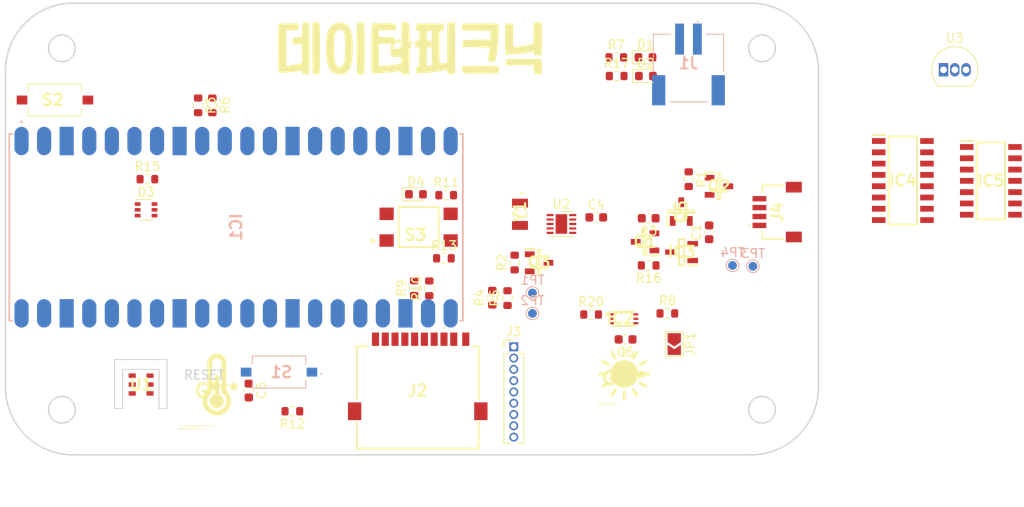
<source format=kicad_pcb>
(kicad_pcb (version 20221018) (generator pcbnew)
  (layers (0 "F.Cu" signal) (31 "B.Cu" signal) (34 "B.Paste" user) (35 "F.Paste" user) (36 "B.SilkS" user "B.Silkscreen") (37 "F.SilkS" user "F.Silkscreen") (38 "B.Mask" user) (39 "F.Mask" user) (44 "Edge.Cuts" user))
  (net 0 "")
  (net 4 "/HOLD_VSYS_EN")
  (net 6 "/ACT_LED")
  (net 7 "/SWITCH_STATUS")
  (net 8 "/RTC_ALARM")
  (net 9 "/RESET")
  (net 13 "/I2C1_SDA")
  (net 21 "/RUN")
  (net 27 "+3.3V")
  (net 30 "VSYS")
  (net 31 "VBUS")
  (net 32 "GND")
  (net 33 "+BATT")
  (net 35 "Net-(U1-VDD)")
  (net 37 "Net-(Q2-Pad1)")
  (net 38 "Net-(U2-~{INT})")
  (net 39 "V+_A0")
  (net 40 "Net-(U2-OSCI)")
  (net 41 "Net-(U2-OSCO)")
  (net 42 "Net-(D1-A)")
  (net 46 "/VSYS_EN")
  (net 47 "/ALARM_LED")
  (net 48 "Net-(IC2-ADDR)")
  (net 50 "Net-(D2-A)")
  (net 52 "/CS")
  (net 53 "/SCK")
  (net 54 "/SDcard/DAT2")
  (net 55 "/SDcard/DAT1")
  (net 56 "/SDcard/CARDDET")
  (net 57 "/MISO")
  (net 58 "/MOSI")
  (net 59 "/I2C1_SCL")
  (net 60 "/I2C0_SDA")
  (net 61 "/I2C0_SCL")
  (net 62 "/LDO/VSYS_EN")
  (net 63 "/LDO/VIN")
  (net 64 "Net-(R13-Pad2)")
  (net 66 "/Button")
  (net 67 "Net-(D4-A)")
  (net 68 "/Record")
  (footprint "LMV324IDR:SOIC127P600X175-14N" (layer "F.Cu") (at 209.918 83.79)
    (fp_text reference "IC5" (at 0 0) (layer "F.SilkS") (effects (font (size 1.27 1.27) (thickness 0.254))))
    (fp_text value "LMV324IDR" hide)
    (pad "1" smd rect (at -2.712 -3.81 90) (size 0.65 1.525) (layers "F.Cu" "F.Paste" "F.Mask"))
    (pad "2" smd rect (at -2.712 -2.54 90) (size 0.65 1.525) (layers "F.Cu" "F.Paste" "F.Mask"))
    (pad "3" smd rect (at -2.712 -1.27 90) (size 0.65 1.525) (layers "F.Cu" "F.Paste" "F.Mask"))
    (pad "4" smd rect (at -2.712 0 90) (size 0.65 1.525) (layers "F.Cu" "F.Paste" "F.Mask"))
    (pad "5" smd rect (at -2.712 1.27 90) (size 0.65 1.525) (layers "F.Cu" "F.Paste" "F.Mask"))
    (pad "6" smd rect (at -2.712 2.54 90) (size 0.65 1.525) (layers "F.Cu" "F.Paste" "F.Mask"))
    (pad "7" smd rect (at -2.712 3.81 90) (size 0.65 1.525) (layers "F.Cu" "F.Paste" "F.Mask"))
    (pad "8" smd rect (at 2.712 3.81 90) (size 0.65 1.525) (layers "F.Cu" "F.Paste" "F.Mask"))
    (pad "9" smd rect (at 2.712 2.54 90) (size 0.65 1.525) (layers "F.Cu" "F.Paste" "F.Mask"))
    (pad "10" smd rect (at 2.712 1.27 90) (size 0.65 1.525) (layers "F.Cu" "F.Paste" "F.Mask"))
    (pad "11" smd rect (at 2.712 0 90) (size 0.65 1.525) (layers "F.Cu" "F.Paste" "F.Mask"))
    (pad "12" smd rect (at 2.712 -1.27 90) (size 0.65 1.525) (layers "F.Cu" "F.Paste" "F.Mask"))
    (pad "13" smd rect (at 2.712 -2.54 90) (size 0.65 1.525) (layers "F.Cu" "F.Paste" "F.Mask"))
    (pad "14" smd rect (at 2.712 -3.81 90) (size 0.65 1.525) (layers "F.Cu" "F.Paste" "F.Mask"))
  )
  (footprint "DMN3731U-7:SOT96P240X110-3N" (layer "F.Cu") (at 175.095 87.25 90)
    (fp_text reference "Q5" (at 0 0 90) (layer "F.SilkS") (effects (font (size 1.27 1.27) (thickness 0.254))))
    (fp_text value "DMN3731U-7" hide)
    (pad "1" smd rect (at -1.05 -0.96 180) (size 0.65 1.1) (layers "F.Cu" "F.Paste" "F.Mask") (net 62 "/LDO/VSYS_EN"))
    (pad "2" smd rect (at -1.05 0.96 180) (size 0.65 1.1) (layers "F.Cu" "F.Paste" "F.Mask") (net 32 "GND"))
    (pad "3" smd rect (at 1.05 0 180) (size 0.65 1.1) (layers "F.Cu" "F.Paste" "F.Mask") (net 37 "Net-(Q2-Pad1)"))
  )
  (footprint "HYCW110-TF10-180B:HYCW110TF10180B" (layer "F.Cu") (at 145.46 108.15)
    (fp_text reference "J2" (at 0 -0.775) (layer "F.SilkS") (effects (font (size 1.27 1.27) (thickness 0.254))))
    (fp_text value "HYCW110-TF10-180B" hide)
    (pad "" np_thru_hole circle (at -5 -3.35) (size 1.6 1.6) (drill 1.6) (layers "*.Cu" "*.Mask"))
    (pad "" np_thru_hole circle (at 5 -3.35) (size 1.6 1.6) (drill 1.6) (layers "*.Cu" "*.Mask"))
    (pad "1" smd rect (at 2.95 -6.55) (size 0.8 1.5) (layers "F.Cu" "F.Paste" "F.Mask") (net 54 "/SDcard/DAT2"))
    (pad "2" smd rect (at 1.85 -6.55) (size 0.8 1.5) (layers "F.Cu" "F.Paste" "F.Mask") (net 52 "/CS"))
    (pad "3" smd rect (at 0.75 -6.55) (size 0.8 1.5) (layers "F.Cu" "F.Paste" "F.Mask") (net 58 "/MOSI"))
    (pad "4" smd rect (at -0.35 -6.55) (size 0.8 1.5) (layers "F.Cu" "F.Paste" "F.Mask") (net 27 "+3.3V"))
    (pad "5" smd rect (at -1.45 -6.55) (size 0.8 1.5) (layers "F.Cu" "F.Paste" "F.Mask") (net 53 "/SCK"))
    (pad "6" smd rect (at -2.55 -6.55) (size 0.8 1.5) (layers "F.Cu" "F.Paste" "F.Mask") (net 32 "GND"))
    (pad "7" smd rect (at -3.65 -6.55) (size 0.8 1.5) (layers "F.Cu" "F.Paste" "F.Mask") (net 57 "/MISO"))
    (pad "8" smd rect (at -4.75 -6.55) (size 0.8 1.5) (layers "F.Cu" "F.Paste" "F.Mask") (net 55 "/SDcard/DAT1"))
    (pad "9" smd rect (at 5.4 -6.55) (size 0.8 1.5) (layers "F.Cu" "F.Paste" "F.Mask"))
    (pad "10" smd rect (at 4.05 -6.55) (size 0.8 1.5) (layers "F.Cu" "F.Paste" "F.Mask") (net 56 "/SDcard/CARDDET"))
    (pad "G1" smd rect (at 7.1 1.55) (size 1.5 2) (layers "F.Cu" "F.Paste" "F.Mask") (net 32 "GND"))
    (pad "G2" smd rect (at -7.1 1.55) (size 1.5 2) (layers "F.Cu" "F.Paste" "F.Mask") (net 32 "GND"))
  )
  (footprint "LED_SMD:LED_0603_1608Metric" (layer "F.Cu") (at 171.1225 72)
    (fp_text reference "D2" (at 0 -1.43) (layer "F.SilkS"))
    (fp_text value "RedLED")
    (pad "1" smd roundrect (at -0.7875 0) (size 0.875 0.95) (layers "F.Cu" "F.Paste" "F.Mask") (net 32 "GND"))
    (pad "2" smd roundrect (at 0.7875 0) (size 0.875 0.95) (layers "F.Cu" "F.Paste" "F.Mask") (net 50 "Net-(D2-A)"))
  )
  (footprint "TL3305AF260QG:TL3305AF160QG" (layer "F.Cu") (at 145.56 89)
    (fp_text reference "S3" (at -0.358 0.874) (layer "F.SilkS") (effects (font (size 1.27 1.27) (thickness 0.254))))
    (fp_text value "TL3305AF260QG" hide)
    (pad "1" smd rect (at -3.6 1.5 90) (size 1.4 1.6) (layers "F.Cu" "F.Paste" "F.Mask") (net 66 "/Button"))
    (pad "2" smd rect (at 3.6 1.5 90) (size 1.4 1.6) (layers "F.Cu" "F.Paste" "F.Mask") (net 64 "Net-(R13-Pad2)"))
    (pad "3" smd rect (at -3.6 -1.5 90) (size 1.4 1.6) (layers "F.Cu" "F.Paste" "F.Mask"))
    (pad "4" smd rect (at 3.6 -1.5 90) (size 1.4 1.6) (layers "F.Cu" "F.Paste" "F.Mask") (net 27 "+3.3V"))
  )
  (footprint "Resistor_SMD:R_0603_1608Metric" (layer "F.Cu") (at 148.405 92.5)
    (fp_text reference "R13" (at 0 -1.43) (layer "F.SilkS"))
    (fp_text value "10K")
    (pad "1" smd roundrect (at -0.825 0) (size 0.8 0.95) (layers "F.Cu" "F.Paste" "F.Mask") (net 32 "GND"))
    (pad "2" smd roundrect (at 0.825 0) (size 0.8 0.95) (layers "F.Cu" "F.Paste" "F.Mask") (net 64 "Net-(R13-Pad2)"))
  )
  (footprint "Q13FC1350000200:Q13FC1350000200" (layer "F.Cu") (at 156.96 87.55 -90)
    (fp_text reference "Y1" (at -0.325 0 90) (layer "F.SilkS") (effects (font (size 1.27 1.27) (thickness 0.254))))
    (fp_text value "Q13FC1350000200" hide)
    (pad "1" smd rect (at -1.25 0 270) (size 1 1.8) (layers "F.Cu" "F.Paste" "F.Mask") (net 40 "Net-(U2-OSCI)"))
    (pad "2" smd rect (at 1.25 0 270) (size 1 1.8) (layers "F.Cu" "F.Paste" "F.Mask") (net 41 "Net-(U2-OSCO)"))
  )
  (footprint "Resistor_SMD:R_0603_1608Metric" (layer "F.Cu") (at 153.845 96.93 90)
    (fp_text reference "R4" (at 0 -1.43 90) (layer "F.SilkS"))
    (fp_text value "10K")
    (pad "1" smd roundrect (at -0.825 0 90) (size 0.8 0.95) (layers "F.Cu" "F.Paste" "F.Mask") (net 61 "/I2C0_SCL"))
    (pad "2" smd roundrect (at 0.825 0 90) (size 0.8 0.95) (layers "F.Cu" "F.Paste" "F.Mask") (net 27 "+3.3V"))
  )
  (footprint "Resistor_SMD:R_0603_1608Metric" (layer "F.Cu") (at 171.435 93.3 180)
    (fp_text reference "R16" (at 0 -1.43) (layer "F.SilkS"))
    (fp_text value "120K")
    (pad "1" smd roundrect (at -0.825 0 180) (size 0.8 0.95) (layers "F.Cu" "F.Paste" "F.Mask") (net 63 "/LDO/VIN"))
    (pad "2" smd roundrect (at 0.825 0 180) (size 0.8 0.95) (layers "F.Cu" "F.Paste" "F.Mask") (net 31 "VBUS"))
  )
  (footprint "Capacitor_SMD:C_0603_1608Metric" (layer "F.Cu") (at 165.535 87.9)
    (fp_text reference "C4" (at 0 -1.43) (layer "F.SilkS"))
    (fp_text value "1uF")
    (pad "1" smd roundrect (at -0.775 0) (size 0.9 0.95) (layers "F.Cu" "F.Paste" "F.Mask") (net 39 "V+_A0"))
    (pad "2" smd roundrect (at 0.775 0) (size 0.9 0.95) (layers "F.Cu" "F.Paste" "F.Mask") (net 32 "GND"))
  )
  (footprint "Resistor_SMD:R_0603_1608Metric" (layer "F.Cu") (at 173.535 98.7)
    (fp_text reference "R8" (at 0 -1.43) (layer "F.SilkS"))
    (fp_text value "1K")
    (pad "1" smd roundrect (at -0.825 0) (size 0.8 0.95) (layers "F.Cu" "F.Paste" "F.Mask") (net 9 "/RESET"))
    (pad "2" smd roundrect (at 0.825 0) (size 0.8 0.95) (layers "F.Cu" "F.Paste" "F.Mask") (net 27 "+3.3V"))
  )
  (footprint "DMG2301L-7:SOT96P240X110-3N" (layer "F.Cu") (at 159.11 93)
    (fp_text reference "Q3" (at 0 0) (layer "F.SilkS") (effects (font (size 1.27 1.27) (thickness 0.254))))
    (fp_text value "DMG2301L-7" hide)
    (pad "1" smd rect (at -1.05 -0.96 90) (size 0.65 1.1) (layers "F.Cu" "F.Paste" "F.Mask") (net 38 "Net-(U2-~{INT})"))
    (pad "2" smd rect (at -1.05 0.96 90) (size 0.65 1.1) (layers "F.Cu" "F.Paste" "F.Mask") (net 39 "V+_A0"))
    (pad "3" smd rect (at 1.05 0 90) (size 0.65 1.1) (layers "F.Cu" "F.Paste" "F.Mask") (net 8 "/RTC_ALARM"))
  )
  (footprint "Resistor_SMD:R_0603_1608Metric" (layer "F.Cu") (at 148.66 85.4)
    (fp_text reference "R11" (at 0 -1.43) (layer "F.SilkS"))
    (fp_text value "1K")
    (pad "1" smd roundrect (at -0.825 0) (size 0.8 0.95) (layers "F.Cu" "F.Paste" "F.Mask") (net 68 "/Record"))
    (pad "2" smd roundrect (at 0.825 0) (size 0.8 0.95) (layers "F.Cu" "F.Paste" "F.Mask") (net 67 "Net-(D4-A)"))
  )
  (footprint "AP2138N-3.3TRG1:SOT95P282X145-3N" (layer "F.Cu") (at 175.135 91.8 180)
    (fp_text reference "IC3" (at 0 0) (layer "F.SilkS") (effects (font (size 1.27 1.27) (thickness 0.254))))
    (fp_text value "AP2138N-3.3TRG1" hide)
    (pad "1" smd rect (at -1.25 -0.95 270) (size 0.6 1.2) (layers "F.Cu" "F.Paste" "F.Mask") (net 32 "GND"))
    (pad "2" smd rect (at -1.25 0.95 270) (size 0.6 1.2) (layers "F.Cu" "F.Paste" "F.Mask") (net 39 "V+_A0"))
    (pad "3" smd rect (at 1.25 0 270) (size 0.6 1.2) (layers "F.Cu" "F.Paste" "F.Mask") (net 63 "/LDO/VIN"))
  )
  (footprint "Resistor_SMD:R_0603_1608Metric" (layer "F.Cu") (at 156.36 92.975 90)
    (fp_text reference "R2" (at 0 -1.43 90) (layer "F.SilkS"))
    (fp_text value "120K")
    (pad "1" smd roundrect (at -0.825 0 90) (size 0.8 0.95) (layers "F.Cu" "F.Paste" "F.Mask") (net 39 "V+_A0"))
    (pad "2" smd roundrect (at 0.825 0 90) (size 0.8 0.95) (layers "F.Cu" "F.Paste" "F.Mask") (net 38 "Net-(U2-~{INT})"))
  )
  (footprint "DMG2301L-7:SOT96P240X110-3N" (layer "F.Cu") (at 179.335 84.4)
    (fp_text reference "Q2" (at 0 0) (layer "F.SilkS") (effects (font (size 1.27 1.27) (thickness 0.254))))
    (fp_text value "DMG2301L-7" hide)
    (pad "1" smd rect (at -1.05 -0.96 90) (size 0.65 1.1) (layers "F.Cu" "F.Paste" "F.Mask") (net 37 "Net-(Q2-Pad1)"))
    (pad "2" smd rect (at -1.05 0.96 90) (size 0.65 1.1) (layers "F.Cu" "F.Paste" "F.Mask") (net 63 "/LDO/VIN"))
    (pad "3" smd rect (at 1.05 0 90) (size 0.65 1.1) (layers "F.Cu" "F.Paste" "F.Mask") (net 30 "VSYS"))
  )
  (footprint "Capacitor_SMD:C_0603_1608Metric" (layer "F.Cu") (at 126.46 107.375 -90)
    (fp_text reference "C5" (at 0 -1.43 90) (layer "F.SilkS"))
    (fp_text value "0.1uF")
    (pad "1" smd roundrect (at -0.775 0 270) (size 0.9 0.95) (layers "F.Cu" "F.Paste" "F.Mask") (net 35 "Net-(U1-VDD)"))
    (pad "2" smd roundrect (at 0.775 0 270) (size 0.9 0.95) (layers "F.Cu" "F.Paste" "F.Mask") (net 32 "GND"))
  )
  (footprint "AHT20:AHT20" (layer "F.Cu") (at 114.35 106.7)
    (fp_text reference "U1" (at 0 0) (layer "F.SilkS") (effects (font (size 1.27 1.27) (thickness 0.254))))
    (fp_text value "AHT20" hide)
    (pad "1" smd rect (at -1 -1 90) (size 0.5 0.8) (layers "F.Cu" "F.Paste" "F.Mask"))
    (pad "2" smd rect (at -1 0 90) (size 0.5 0.8) (layers "F.Cu" "F.Paste" "F.Mask") (net 35 "Net-(U1-VDD)"))
    (pad "3" smd rect (at -1 1 90) (size 0.5 0.8) (layers "F.Cu" "F.Paste" "F.Mask") (net 59 "/I2C1_SCL"))
    (pad "4" smd rect (at 1 1 90) (size 0.5 0.8) (layers "F.Cu" "F.Paste" "F.Mask") (net 13 "/I2C1_SDA"))
    (pad "5" smd rect (at 1 0 90) (size 0.5 0.8) (layers "F.Cu" "F.Paste" "F.Mask") (net 32 "GND"))
    (pad "6" smd rect (at 1 -1 90) (size 0.5 0.8) (layers "F.Cu" "F.Paste" "F.Mask"))
  )
  (footprint "Capacitor_SMD:C_0603_1608Metric" (layer "F.Cu") (at 178.235 89.575 90)
    (fp_text reference "C1" (at 0 -1.43 90) (layer "F.SilkS"))
    (fp_text value "1uF")
    (pad "1" smd roundrect (at -0.775 0 90) (size 0.9 0.95) (layers "F.Cu" "F.Paste" "F.Mask") (net 39 "V+_A0"))
    (pad "2" smd roundrect (at 0.775 0 90) (size 0.9 0.95) (layers "F.Cu" "F.Paste" "F.Mask") (net 32 "GND"))
  )
  (footprint "Capacitor_SMD:C_0603_1608Metric" (layer "F.Cu") (at 171.435 88 180)
    (fp_text reference "C3" (at 0 -1.43) (layer "F.SilkS"))
    (fp_text value "1uF")
    (pad "1" smd roundrect (at -0.775 0 180) (size 0.9 0.95) (layers "F.Cu" "F.Paste" "F.Mask") (net 63 "/LDO/VIN"))
    (pad "2" smd roundrect (at 0.775 0 180) (size 0.9 0.95) (layers "F.Cu" "F.Paste" "F.Mask") (net 32 "GND"))
  )
  (footprint "LED_SMD:LED_0603_1608Metric" (layer "F.Cu") (at 145.26 85.3)
    (fp_text reference "D4" (at 0 -1.43) (layer "F.SilkS"))
    (fp_text value "RedLED")
    (pad "1" smd roundrect (at -0.7875 0) (size 0.875 0.95) (layers "F.Cu" "F.Paste" "F.Mask") (net 32 "GND"))
    (pad "2" smd roundrect (at 0.7875 0) (size 0.875 0.95) (layers "F.Cu" "F.Paste" "F.Mask") (net 67 "Net-(D4-A)"))
  )
  (footprint "Capacitor_SMD:C_0603_1608Metric" (layer "F.Cu") (at 168.835 101.62 180)
    (fp_text reference "C6" (at 0 -1.43) (layer "F.SilkS"))
    (fp_text value "1uF")
    (pad "1" smd roundrect (at -0.775 0 180) (size 0.9 0.95) (layers "F.Cu" "F.Paste" "F.Mask") (net 9 "/RESET"))
    (pad "2" smd roundrect (at 0.775 0 180) (size 0.9 0.95) (layers "F.Cu" "F.Paste" "F.Mask") (net 32 "GND"))
  )
  (footprint "Resistor_SMD:R_0603_1608Metric" (layer "F.Cu") (at 167.835 72)
    (fp_text reference "R17" (at 0 -1.43) (layer "F.SilkS"))
    (fp_text value "1K")
    (pad "1" smd roundrect (at -0.825 0) (size 0.8 0.95) (layers "F.Cu" "F.Paste" "F.Mask") (net 47 "/ALARM_LED"))
    (pad "2" smd roundrect (at 0.825 0) (size 0.8 0.95) (layers "F.Cu" "F.Paste" "F.Mask") (net 50 "Net-(D2-A)"))
  )
  (footprint "CD4060BM:SOIC127P600X175-16N" (layer "F.Cu") (at 200.018 83.755)
    (fp_text reference "IC4" (at 0 0) (layer "F.SilkS") (effects (font (size 1.27 1.27) (thickness 0.254))))
    (fp_text value "CD4060BM" hide)
    (pad "1" smd rect (at -2.712 -4.445 90) (size 0.65 1.525) (layers "F.Cu" "F.Paste" "F.Mask"))
    (pad "2" smd rect (at -2.712 -3.175 90) (size 0.65 1.525) (layers "F.Cu" "F.Paste" "F.Mask"))
    (pad "3" smd rect (at -2.712 -1.905 90) (size 0.65 1.525) (layers "F.Cu" "F.Paste" "F.Mask"))
    (pad "4" smd rect (at -2.712 -0.635 90) (size 0.65 1.525) (layers "F.Cu" "F.Paste" "F.Mask"))
    (pad "5" smd rect (at -2.712 0.635 90) (size 0.65 1.525) (layers "F.Cu" "F.Paste" "F.Mask"))
    (pad "6" smd rect (at -2.712 1.905 90) (size 0.65 1.525) (layers "F.Cu" "F.Paste" "F.Mask"))
    (pad "7" smd rect (at -2.712 3.175 90) (size 0.65 1.525) (layers "F.Cu" "F.Paste" "F.Mask"))
    (pad "8" smd rect (at -2.712 4.445 90) (size 0.65 1.525) (layers "F.Cu" "F.Paste" "F.Mask"))
    (pad "9" smd rect (at 2.712 4.445 90) (size 0.65 1.525) (layers "F.Cu" "F.Paste" "F.Mask"))
    (pad "10" smd rect (at 2.712 3.175 90) (size 0.65 1.525) (layers "F.Cu" "F.Paste" "F.Mask"))
    (pad "11" smd rect (at 2.712 1.905 90) (size 0.65 1.525) (layers "F.Cu" "F.Paste" "F.Mask"))
    (pad "12" smd rect (at 2.712 0.635 90) (size 0.65 1.525) (layers "F.Cu" "F.Paste" "F.Mask"))
    (pad "13" smd rect (at 2.712 -0.635 90) (size 0.65 1.525) (layers "F.Cu" "F.Paste" "F.Mask"))
    (pad "14" smd rect (at 2.712 -1.905 90) (size 0.65 1.525) (layers "F.Cu" "F.Paste" "F.Mask"))
    (pad "15" smd rect (at 2.712 -3.175 90) (size 0.65 1.525) (layers "F.Cu" "F.Paste" "F.Mask"))
    (pad "16" smd rect (at 2.712 -4.445 90) (size 0.65 1.525) (layers "F.Cu" "F.Paste" "F.Mask"))
  )
  (footprint "Jumper:SolderJumper-2_P1.3mm_Open_TrianglePad1.0x1.5mm" (layer "F.Cu") (at 174.31 102.145 -90)
    (fp_text reference "JP1" (at 0 -1.8 90) (layer "F.SilkS"))
    (fp_text value "SolderJumper_2_Open")
    (pad "1" smd custom (at -0.725 0 270) (size 0.3 0.3) (layers "F.Cu" "F.Mask") (net 27 "+3.3V") (options (clearance outline) (anchor rect)) (primitives (gr_poly (pts (xy 1 0) (xy 0.5 0.75) (xy -0.5 0.75) (xy -0.5 -0.75) (xy 0.5 -0.75)) (width 0) (fill yes))))
    (pad "2" smd custom (at 0.725 0 270) (size 0.3 0.3) (layers "F.Cu" "F.Mask") (net 48 "Net-(IC2-ADDR)") (options (clearance outline) (anchor rect)) (primitives (gr_poly (pts (xy 0.5 0.75) (xy -0.65 0.75) (xy -0.15 0) (xy -0.65 -0.75) (xy 0.5 -0.75)) (width 0) (fill yes))))
  )
  (footprint "Graphics:temperature_logo_v2" (layer "F.Cu") (at 122.86 107.4)
    (fp_text reference "G***" (at 0 0) (layer "F.SilkS") (effects (font (size 1.5 1.5) (thickness 0.3))))
    (fp_text value "LOGO" hide)
  )
  (footprint "LED_SMD:LED_0603_1608Metric" (layer "F.Cu") (at 171.0725 69.9)
    (fp_text reference "D1" (at 0 -1.43) (layer "F.SilkS"))
    (fp_text value "WhiteLED")
    (pad "1" smd roundrect (at -0.7875 0) (size 0.875 0.95) (layers "F.Cu" "F.Paste" "F.Mask") (net 32 "GND"))
    (pad "2" smd roundrect (at 0.7875 0) (size 0.875 0.95) (layers "F.Cu" "F.Paste" "F.Mask") (net 42 "Net-(D1-A)"))
  )
  (footprint "Resistor_SMD:R_0603_1608Metric" (layer "F.Cu") (at 122.36 75.3 -90)
    (fp_text reference "R6" (at 0 -1.43 90) (layer "F.SilkS"))
    (fp_text value "10K")
    (pad "1" smd roundrect (at -0.825 0 270) (size 0.8 0.95) (layers "F.Cu" "F.Paste" "F.Mask") (net 13 "/I2C1_SDA"))
    (pad "2" smd roundrect (at 0.825 0 270) (size 0.8 0.95) (layers "F.Cu" "F.Paste" "F.Mask") (net 27 "+3.3V"))
  )
  (footprint "TS-1101-C-W:TS1101CW" (layer "F.Cu") (at 104.66 74.7)
    (fp_text reference "S2" (at -0.25 0) (layer "F.SilkS") (effects (font (size 1.27 1.27) (thickness 0.254))))
    (fp_text value "TS-1101-C-W" hide)
    (pad "1" smd rect (at -3.7 0 90) (size 1 1.2) (layers "F.Cu" "F.Paste" "F.Mask") (net 7 "/SWITCH_STATUS"))
    (pad "2" smd rect (at 3.7 0 90) (size 1 1.2) (layers "F.Cu" "F.Paste" "F.Mask") (net 39 "V+_A0"))
  )
  (footprint "Resistor_SMD:R_0603_1608Metric" (layer "F.Cu") (at 167.785 69.9)
    (fp_text reference "R7" (at 0 -1.43) (layer "F.SilkS"))
    (fp_text value "1K")
    (pad "1" smd roundrect (at -0.825 0) (size 0.8 0.95) (layers "F.Cu" "F.Paste" "F.Mask") (net 6 "/ACT_LED"))
    (pad "2" smd roundrect (at 0.825 0) (size 0.8 0.95) (layers "F.Cu" "F.Paste" "F.Mask") (net 42 "Net-(D1-A)"))
  )
  (footprint "Resistor_SMD:R_0603_1608Metric" (layer "F.Cu") (at 145.06 95.85 90)
    (fp_text reference "R9" (at 0 -1.43 90) (layer "F.SilkS"))
    (fp_text value "47K")
    (pad "1" smd roundrect (at -0.825 0 90) (size 0.8 0.95) (layers "F.Cu" "F.Paste" "F.Mask") (net 27 "+3.3V"))
    (pad "2" smd roundrect (at 0.825 0 90) (size 0.8 0.95) (layers "F.Cu" "F.Paste" "F.Mask") (net 56 "/SDcard/CARDDET"))
  )
  (footprint "Resistor_SMD:R_0603_1608Metric" (layer "F.Cu") (at 120.76 75.3 -90)
    (fp_text reference "R3" (at 0 -1.43 90) (layer "F.SilkS"))
    (fp_text value "10K")
    (pad "1" smd roundrect (at -0.825 0 270) (size 0.8 0.95) (layers "F.Cu" "F.Paste" "F.Mask") (net 59 "/I2C1_SCL"))
    (pad "2" smd roundrect (at 0.825 0 270) (size 0.8 0.95) (layers "F.Cu" "F.Paste" "F.Mask") (net 27 "+3.3V"))
  )
  (footprint "Connector_PinHeader_1.27mm:PinHeader_1x09_P1.27mm_Vertical" (layer "F.Cu") (at 156.26 102.45)
    (fp_text reference "J3" (at 0 -1.695) (layer "F.SilkS"))
    (fp_text value "Conn_01x09_Pin")
    (pad "1" thru_hole rect (at 0 0) (size 1 1) (drill 0.65) (layers "*.Cu" "*.Mask") (net 27 "+3.3V"))
    (pad "2" thru_hole oval (at 0 1.27) (size 1 1) (drill 0.65) (layers "*.Cu" "*.Mask") (net 32 "GND"))
    (pad "3" thru_hole oval (at 0 2.54) (size 1 1) (drill 0.65) (layers "*.Cu" "*.Mask") (net 53 "/SCK"))
    (pad "4" thru_hole oval (at 0 3.81) (size 1 1) (drill 0.65) (layers "*.Cu" "*.Mask") (net 57 "/MISO"))
    (pad "5" thru_hole oval (at 0 5.08) (size 1 1) (drill 0.65) (layers "*.Cu" "*.Mask") (net 58 "/MOSI"))
    (pad "6" thru_hole oval (at 0 6.35) (size 1 1) (drill 0.65) (layers "*.Cu" "*.Mask") (net 52 "/CS"))
    (pad "7" thru_hole oval (at 0 7.62) (size 1 1) (drill 0.65) (layers "*.Cu" "*.Mask") (net 55 "/SDcard/DAT1"))
    (pad "8" thru_hole oval (at 0 8.89) (size 1 1) (drill 0.65) (layers "*.Cu" "*.Mask") (net 54 "/SDcard/DAT2"))
    (pad "9" thru_hole oval (at 0 10.16) (size 1 1) (drill 0.65) (layers "*.Cu" "*.Mask") (net 56 "/SDcard/CARDDET"))
  )
  (footprint "Resistor_SMD:R_0603_1608Metric" (layer "F.Cu") (at 175.935 83.6 -90)
    (fp_text reference "R1" (at 0 -1.43 90) (layer "F.SilkS"))
    (fp_text value "120K")
    (pad "1" smd roundrect (at -0.825 0 270) (size 0.8 0.95) (layers "F.Cu" "F.Paste" "F.Mask") (net 37 "Net-(Q2-Pad1)"))
    (pad "2" smd roundrect (at 0.825 0 270) (size 0.8 0.95) (layers "F.Cu" "F.Paste" "F.Mask") (net 63 "/LDO/VIN"))
  )
  (footprint "Graphics:light_logo_v3" (layer "F.Cu") (at 168.66 106)
    (fp_text reference "G***" (at 0 0) (layer "F.SilkS") (effects (font (size 1.5 1.5) (thickness 0.3))))
    (fp_text value "LOGO" hide)
  )
  (footprint "Resistor_SMD:R_0603_1608Metric" (layer "F.Cu") (at 155.56 96.975 90)
    (fp_text reference "R5" (at 0 -1.43 90) (layer "F.SilkS"))
    (fp_text value "10K")
    (pad "1" smd roundrect (at -0.825 0 90) (size 0.8 0.95) (layers "F.Cu" "F.Paste" "F.Mask") (net 60 "/I2C0_SDA"))
    (pad "2" smd roundrect (at 0.825 0 90) (size 0.8 0.95) (layers "F.Cu" "F.Paste" "F.Mask") (net 27 "+3.3V"))
  )
  (footprint "Resistor_SMD:R_0603_1608Metric" (layer "F.Cu") (at 164.96 98.82)
    (fp_text reference "R20" (at 0 -1.43) (layer "F.SilkS"))
    (fp_text value "10K")
    (pad "1" smd roundrect (at -0.825 0) (size 0.8 0.95) (layers "F.Cu" "F.Paste" "F.Mask") (net 32 "GND"))
    (pad "2" smd roundrect (at 0.825 0) (size 0.8 0.95) (layers "F.Cu" "F.Paste" "F.Mask") (net 48 "Net-(IC2-ADDR)"))
  )
  (footprint "Resistor_SMD:R_0603_1608Metric" (layer "F.Cu") (at 131.36 109.7 180)
    (fp_text reference "R12" (at 0 -1.43) (layer "F.SilkS"))
    (fp_text value "220")
    (pad "1" smd roundrect (at -0.825 0 180) (size 0.8 0.95) (layers "F.Cu" "F.Paste" "F.Mask") (net 35 "Net-(U1-VDD)"))
    (pad "2" smd roundrect (at 0.825 0 180) (size 0.8 0.95) (layers "F.Cu" "F.Paste" "F.Mask") (net 27 "+3.3V"))
  )
  (footprint "Package_TO_SOT_SMD:SOT-363_SC-70-6" (layer "F.Cu") (at 114.91 87.05)
    (fp_text reference "D3" (at 0 -2) (layer "F.SilkS"))
    (fp_text value "1PS88SB48")
    (pad "1" smd rect (at -0.95 -0.65) (size 0.65 0.4) (layers "F.Cu" "F.Paste" "F.Mask") (net 7 "/SWITCH_STATUS"))
    (pad "2" smd rect (at -0.95 0) (size 0.65 0.4) (layers "F.Cu" "F.Paste" "F.Mask"))
    (pad "3" smd rect (at -0.95 0.65) (size 0.65 0.4) (layers "F.Cu" "F.Paste" "F.Mask") (net 46 "/VSYS_EN"))
    (pad "4" smd rect (at 0.95 0.65) (size 0.65 0.4) (layers "F.Cu" "F.Paste" "F.Mask") (net 4 "/HOLD_VSYS_EN"))
    (pad "5" smd rect (at 0.95 0) (size 0.65 0.4) (layers "F.Cu" "F.Paste" "F.Mask") (net 8 "/RTC_ALARM"))
    (pad "6" smd rect (at 0.95 -0.65) (size 0.65 0.4) (layers "F.Cu" "F.Paste" "F.Mask") (net 46 "/VSYS_EN"))
  )
  (footprint "Package_DFN_QFN:DFN-10-1EP_2.6x2.6mm_P0.5mm_EP1.3x2.2mm" (layer "F.Cu") (at 161.615 88.64)
    (fp_text reference "U2" (at 0 -2.25) (layer "F.SilkS"))
    (fp_text value "PCF85063ATL")
    (pad "1" smd roundrect (at -1.275 -1) (size 0.8 0.25) (layers "F.Cu" "F.Paste" "F.Mask") (net 40 "Net-(U2-OSCI)"))
    (pad "2" smd roundrect (at -1.275 -0.5) (size 0.8 0.25) (layers "F.Cu" "F.Paste" "F.Mask") (net 41 "Net-(U2-OSCO)"))
    (pad "3" smd roundrect (at -1.275 0) (size 0.8 0.25) (layers "F.Cu" "F.Paste" "F.Mask") (net 39 "V+_A0"))
    (pad "4" smd roundrect (at -1.275 0.5) (size 0.8 0.25) (layers "F.Cu" "F.Paste" "F.Mask") (net 38 "Net-(U2-~{INT})"))
    (pad "5" smd roundrect (at -1.275 1) (size 0.8 0.25) (layers "F.Cu" "F.Paste" "F.Mask") (net 32 "GND"))
    (pad "6" smd roundrect (at 1.275 1) (size 0.8 0.25) (layers "F.Cu" "F.Paste" "F.Mask") (net 13 "/I2C1_SDA"))
    (pad "7" smd roundrect (at 1.275 0.5) (size 0.8 0.25) (layers "F.Cu" "F.Paste" "F.Mask") (net 59 "/I2C1_SCL"))
    (pad "8" smd roundrect (at 1.275 0) (size 0.8 0.25) (layers "F.Cu" "F.Paste" "F.Mask"))
    (pad "9" smd roundrect (at 1.275 -0.5) (size 0.8 0.25) (layers "F.Cu" "F.Paste" "F.Mask") (net 47 "/ALARM_LED"))
    (pad "10" smd roundrect (at 1.275 -1) (size 0.8 0.25) (layers "F.Cu" "F.Paste" "F.Mask") (net 39 "V+_A0"))
    (pad "11" smd rect (at 0 0) (size 1.3 2.2) (layers "F.Cu" "F.Mask"))
  )
  (footprint "Graphics:Datapicnic_v2" (layer "F.Cu") (at 144.78 68.888154)
    (fp_text reference "G***" (at 0 0) (layer "F.SilkS") (effects (font (size 1.5 1.5) (thickness 0.3))))
    (fp_text value "LOGO" hide)
  )
  (footprint "SM04B-SRSS-TB:SM04BSRSSTB" (layer "F.Cu") (at 186.172 87.3 90)
    (fp_text reference "J4" (at 0 -0.288 90) (layer "F.SilkS") (effects (font (size 1.27 1.27) (thickness 0.254))))
    (fp_text value "SM04B-SRSS-TB" hide)
    (pad "1" smd rect (at -1.5 -2.287 90) (size 0.6 1.55) (layers "F.Cu" "F.Paste" "F.Mask") (net 59 "/I2C1_SCL"))
    (pad "2" smd rect (at -0.5 -2.287 90) (size 0.6 1.55) (layers "F.Cu" "F.Paste" "F.Mask") (net 13 "/I2C1_SDA"))
    (pad "3" smd rect (at 0.5 -2.287 90) (size 0.6 1.55) (layers "F.Cu" "F.Paste" "F.Mask") (net 27 "+3.3V"))
    (pad "4" smd rect (at 1.5 -2.287 90) (size 0.6 1.55) (layers "F.Cu" "F.Paste" "F.Mask") (net 32 "GND"))
    (pad "MP1" smd rect (at -2.8 1.588 90) (size 1.2 1.8) (layers "F.Cu" "F.Paste" "F.Mask") (net 32 "GND"))
    (pad "MP2" smd rect (at 2.8 1.588 90) (size 1.2 1.8) (layers "F.Cu" "F.Paste" "F.Mask") (net 32 "GND"))
  )
  (footprint "Resistor_SMD:R_0603_1608Metric" (layer "F.Cu") (at 146.76 95.875 90)
    (fp_text reference "R10" (at 0 -1.43 90) (layer "F.SilkS"))
    (fp_text value "47K")
    (pad "1" smd roundrect (at -0.825 0 90) (size 0.8 0.95) (layers "F.Cu" "F.Paste" "F.Mask") (net 27 "+3.3V"))
    (pad "2" smd roundrect (at 0.825 0 90) (size 0.8 0.95) (layers "F.Cu" "F.Paste" "F.Mask") (net 54 "/SDcard/DAT2"))
  )
  (footprint "Package_TO_SOT_THT:TO-92_Inline" (layer "F.Cu") (at 204.59 71.3)
    (fp_text reference "U3" (at 1.27 -3.56) (layer "F.SilkS"))
    (fp_text value "DS18B20")
    (pad "1" thru_hole rect (at 0 0) (size 1.05 1.5) (drill 0.75) (layers "*.Cu" "*.Mask"))
    (pad "2" thru_hole oval (at 1.27 0) (size 1.05 1.5) (drill 0.75) (layers "*.Cu" "*.Mask"))
    (pad "3" thru_hole oval (at 2.54 0) (size 1.05 1.5) (drill 0.75) (layers "*.Cu" "*.Mask"))
  )
  (footprint "BH1750:WSOF6" (layer "F.Cu") (at 168.615 99.3)
    (fp_text reference "IC2" (at -0.357 -0.055) (layer "F.SilkS") (effects (font (size 1.27 1.27) (thickness 0.254))))
    (fp_text value "BH1750FVI-TR" hide)
    (pad "1" smd rect (at -1.375 -0.5 90) (size 0.25 0.55) (layers "F.Cu" "F.Paste" "F.Mask") (net 27 "+3.3V"))
    (pad "2" smd rect (at -1.375 0 90) (size 0.25 0.55) (layers "F.Cu" "F.Paste" "F.Mask") (net 48 "Net-(IC2-ADDR)"))
    (pad "3" smd rect (at -1.375 0.5 90) (size 0.25 0.55) (layers "F.Cu" "F.Paste" "F.Mask") (net 32 "GND"))
    (pad "4" smd rect (at 1.375 0.5 90) (size 0.25 0.55) (layers "F.Cu" "F.Paste" "F.Mask") (net 13 "/I2C1_SDA"))
    (pad "5" smd rect (at 1.375 0 90) (size 0.25 0.55) (layers "F.Cu" "F.Paste" "F.Mask") (net 9 "/RESET"))
    (pad "6" smd rect (at 1.375 -0.5 90) (size 0.25 0.55) (layers "F.Cu" "F.Paste" "F.Mask") (net 59 "/I2C1_SCL"))
  )
  (footprint "Resistor_SMD:R_0603_1608Metric" (layer "F.Cu") (at 115.06 83.6)
    (fp_text reference "R15" (at 0 -1.43) (layer "F.SilkS"))
    (fp_text value "620K")
    (pad "1" smd roundrect (at -0.825 0) (size 0.8 0.95) (layers "F.Cu" "F.Paste" "F.Mask") (net 32 "GND"))
    (pad "2" smd roundrect (at 0.825 0) (size 0.8 0.95) (layers "F.Cu" "F.Paste" "F.Mask") (net 46 "/VSYS_EN"))
  )
  (footprint "DMG2301L-7:SOT96P240X110-3N" (layer "F.Cu") (at 171.025 90.65 180)
    (fp_text reference "Q1" (at 0 0) (layer "F.SilkS") (effects (font (size 1.27 1.27) (thickness 0.254))))
    (fp_text value "DMG2301L-7" hide)
    (pad "1" smd rect (at -1.05 -0.96 270) (size 0.65 1.1) (layers "F.Cu" "F.Paste" "F.Mask") (net 31 "VBUS"))
    (pad "2" smd rect (at -1.05 0.96 270) (size 0.65 1.1) (layers "F.Cu" "F.Paste" "F.Mask") (net 63 "/LDO/VIN"))
    (pad "3" smd rect (at 1.05 0 270) (size 0.65 1.1) (layers "F.Cu" "F.Paste" "F.Mask") (net 33 "+BATT"))
  )
  (footprint "TestPoint:TestPoint_Pad_D1.0mm" (layer "B.Cu") (at 180.86 93.3 180)
    (fp_text reference "TP4" (at 0 1.448) (layer "B.SilkS") (effects (justify mirror)))
    (fp_text value "TestPoint")
    (pad "1" smd circle (at 0 0 180) (size 1 1) (layers "B.Cu" "B.Mask") (net 13 "/I2C1_SDA"))
  )
  (footprint "TestPoint:TestPoint_Pad_D1.0mm" (layer "B.Cu") (at 158.36 96.4 180)
    (fp_text reference "TP1" (at 0 1.448) (layer "B.SilkS") (effects (justify mirror)))
    (fp_text value "TestPoint")
    (pad "1" smd circle (at 0 0 180) (size 1 1) (layers "B.Cu" "B.Mask") (net 61 "/I2C0_SCL"))
  )
  (footprint "TS-1101-C-W:TS1101CW" (layer "B.Cu") (at 129.86 105.3 180)
    (fp_text reference "S1" (at -0.25 0) (layer "B.SilkS") (effects (font (size 1.27 1.27) (thickness 0.254)) (justify mirror)))
    (fp_text value "TS-1101-C-W" hide)
    (pad "1" smd rect (at -3.7 0 90) (size 1 1.2) (layers "B.Cu" "B.Paste" "B.Mask") (net 21 "/RUN"))
    (pad "2" smd rect (at 3.7 0 90) (size 1 1.2) (layers "B.Cu" "B.Paste" "B.Mask") (net 32 "GND"))
  )
  (footprint "PICO_W:RASPBERRYPIPICOW" (layer "B.Cu") (at 125.03 89 -90)
    (fp_text reference "IC1" (at 0 0 90) (layer "B.SilkS") (effects (font (size 1.27 1.27) (thickness 0.254)) (justify mirror)))
    (fp_text value "RASPBERRY_PI_PICO_W" hide)
    (pad "1" smd oval (at -9.69 24.13 180) (size 1.6 3.2) (layers "B.Cu" "B.Paste" "B.Mask"))
    (pad "2" smd oval (at -9.69 21.59 180) (size 1.6 3.2) (layers "B.Cu" "B.Paste" "B.Mask"))
    (pad "3" smd rect (at -9.69 19.05 180) (size 1.6 3.2) (layers "B.Cu" "B.Paste" "B.Mask"))
    (pad "4" smd oval (at -9.69 16.51 180) (size 1.6 3.2) (layers "B.Cu" "B.Paste" "B.Mask") (net 4 "/HOLD_VSYS_EN"))
    (pad "5" smd oval (at -9.69 13.97 180) (size 1.6 3.2) (layers "B.Cu" "B.Paste" "B.Mask") (net 66 "/Button"))
    (pad "6" smd oval (at -9.69 11.43 180) (size 1.6 3.2) (layers "B.Cu" "B.Paste" "B.Mask") (net 13 "/I2C1_SDA"))
    (pad "7" smd oval (at -9.69 8.89 180) (size 1.6 3.2) (layers "B.Cu" "B.Paste" "B.Mask") (net 59 "/I2C1_SCL"))
    (pad "8" smd rect (at -9.69 6.35 180) (size 1.6 3.2) (layers "B.Cu" "B.Paste" "B.Mask"))
    (pad "9" smd oval (at -9.69 3.81 180) (size 1.6 3.2) (layers "B.Cu" "B.Paste" "B.Mask") (net 6 "/ACT_LED"))
    (pad "10" smd oval (at -9.69 1.27 180) (size 1.6 3.2) (layers "B.Cu" "B.Paste" "B.Mask") (net 7 "/SWITCH_STATUS"))
    (pad "11" smd oval (at -9.69 -1.27 180) (size 1.6 3.2) (layers "B.Cu" "B.Paste" "B.Mask") (net 57 "/MISO"))
    (pad "12" smd oval (at -9.69 -3.81 180) (size 1.6 3.2) (layers "B.Cu" "B.Paste" "B.Mask") (net 52 "/CS"))
    (pad "13" smd rect (at -9.69 -6.35 180) (size 1.6 3.2) (layers "B.Cu" "B.Paste" "B.Mask"))
    (pad "14" smd oval (at -9.69 -8.89 180) (size 1.6 3.2) (layers "B.Cu" "B.Paste" "B.Mask") (net 53 "/SCK"))
    (pad "15" smd oval (at -9.69 -11.43 180) (size 1.6 3.2) (layers "B.Cu" "B.Paste" "B.Mask") (net 58 "/MOSI"))
    (pad "16" smd oval (at -9.69 -13.97 180) (size 1.6 3.2) (layers "B.Cu" "B.Paste" "B.Mask") (net 68 "/Record"))
    (pad "17" smd oval (at -9.69 -16.51 180) (size 1.6 3.2) (layers "B.Cu" "B.Paste" "B.Mask"))
    (pad "18" smd rect (at -9.69 -19.05 180) (size 1.6 3.2) (layers "B.Cu" "B.Paste" "B.Mask"))
    (pad "19" smd oval (at -9.69 -21.59 180) (size 1.6 3.2) (layers "B.Cu" "B.Paste" "B.Mask") (net 8 "/RTC_ALARM"))
    (pad "20" smd oval (at -9.69 -24.13 180) (size 1.6 3.2) (layers "B.Cu" "B.Paste" "B.Mask") (net 9 "/RESET"))
    (pad "21" smd oval (at 9.69 -24.13 180) (size 1.6 3.2) (layers "B.Cu" "B.Paste" "B.Mask") (net 60 "/I2C0_SDA"))
    (pad "22" smd oval (at 9.69 -21.59 180) (size 1.6 3.2) (layers "B.Cu" "B.Paste" "B.Mask") (net 61 "/I2C0_SCL"))
    (pad "23" smd rect (at 9.69 -19.05 180) (size 1.6 3.2) (layers "B.Cu" "B.Paste" "B.Mask"))
    (pad "24" smd oval (at 9.69 -16.51 180) (size 1.6 3.2) (layers "B.Cu" "B.Paste" "B.Mask"))
    (pad "25" smd oval (at 9.69 -13.97 180) (size 1.6 3.2) (layers "B.Cu" "B.Paste" "B.Mask"))
    (pad "26" smd oval (at 9.69 -11.43 180) (size 1.6 3.2) (layers "B.Cu" "B.Paste" "B.Mask"))
    (pad "27" smd oval (at 9.69 -8.89 180) (size 1.6 3.2) (layers "B.Cu" "B.Paste" "B.Mask"))
    (pad "28" smd rect (at 9.69 -6.35 180) (size 1.6 3.2) (layers "B.Cu" "B.Paste" "B.Mask"))
    (pad "29" smd oval (at 9.69 -3.81 180) (size 1.6 3.2) (layers "B.Cu" "B.Paste" "B.Mask"))
    (pad "30" smd oval (at 9.69 -1.27 180) (size 1.6 3.2) (layers "B.Cu" "B.Paste" "B.Mask") (net 21 "/RUN"))
    (pad "31" smd oval (at 9.69 1.27 180) (size 1.6 3.2) (layers "B.Cu" "B.Paste" "B.Mask"))
    (pad "32" smd oval (at 9.69 3.81 180) (size 1.6 3.2) (layers "B.Cu" "B.Paste" "B.Mask"))
    (pad "33" smd rect (at 9.69 6.35 180) (size 1.6 3.2) (layers "B.Cu" "B.Paste" "B.Mask"))
    (pad "34" smd oval (at 9.69 8.89 180) (size 1.6 3.2) (layers "B.Cu" "B.Paste" "B.Mask"))
    (pad "35" smd oval (at 9.69 11.43 180) (size 1.6 3.2) (layers "B.Cu" "B.Paste" "B.Mask"))
    (pad "36" smd oval (at 9.69 13.97 180) (size 1.6 3.2) (layers "B.Cu" "B.Paste" "B.Mask") (net 27 "+3.3V"))
    (pad "37" smd oval (at 9.69 16.51 180) (size 1.6 3.2) (layers "B.Cu" "B.Paste" "B.Mask"))
    (pad "38" smd rect (at 9.69 19.05 180) (size 1.6 3.2) (layers "B.Cu" "B.Paste" "B.Mask"))
    (pad "39" smd oval (at 9.69 21.59 180) (size 1.6 3.2) (layers "B.Cu" "B.Paste" "B.Mask") (net 30 "VSYS"))
    (pad "40" smd oval (at 9.69 24.13 180) (size 1.6 3.2) (layers "B.Cu" "B.Paste" "B.Mask") (net 31 "VBUS"))
  )
  (footprint "TestPoint:TestPoint_Pad_D1.0mm" (layer "B.Cu") (at 158.36 98.7 180)
    (fp_text reference "TP2" (at 0 1.448) (layer "B.SilkS") (effects (justify mirror)))
    (fp_text value "TestPoint")
    (pad "1" smd circle (at 0 0 180) (size 1 1) (layers "B.Cu" "B.Mask") (net 60 "/I2C0_SDA"))
  )
  (footprint "S2B-PH-SM4-TB(LF)(SN):S2BPHSM4TBLFSN" (layer "B.Cu") (at 175.91 71.1)
    (fp_text reference "J1" (at 0 -0.525) (layer "B.SilkS") (effects (font (size 1.27 1.27) (thickness 0.254)) (justify mirror)))
    (fp_text value "S2B-PH-SM4-TB_LF__SN_" hide)
    (pad "1" smd rect (at 1 -3.25) (size 1 3.5) (layers "B.Cu" "B.Paste" "B.Mask") (net 33 "+BATT"))
    (pad "2" smd rect (at -1 -3.25) (size 1 3.5) (layers "B.Cu" "B.Paste" "B.Mask") (net 32 "GND"))
    (pad "MP1" smd rect (at 3.35 2.5) (size 1.5 3.4) (layers "B.Cu" "B.Paste" "B.Mask"))
    (pad "MP2" smd rect (at -3.35 2.5) (size 1.5 3.4) (layers "B.Cu" "B.Paste" "B.Mask"))
  )
  (footprint "TestPoint:TestPoint_Pad_D1.0mm" (layer "B.Cu") (at 183.16 93.4 180)
    (fp_text reference "TP3" (at 0 1.448) (layer "B.SilkS") (effects (justify mirror)))
    (fp_text value "TestPoint")
    (pad "1" smd circle (at 0 0 180) (size 1 1) (layers "B.Cu" "B.Mask") (net 59 "/I2C1_SCL"))
  )
  (gr_arc (start 190.53 106.988154) (mid 188.298154 112.376308) (end 182.91 114.608154) (stroke (width 0.15)) (layer "Edge.Cuts"))
  (gr_line (start 112.26 104.99) (end 112.26 109.39) (stroke (width 0.1)) (layer "Edge.Cuts"))
  (gr_circle (center 105.44 68.888154) (end 106.94 68.888154) (stroke (width 0.15)) (fill none) (layer "Edge.Cuts"))
  (gr_line (start 182.91 114.608154) (end 106.71 114.608154) (stroke (width 0.15)) (layer "Edge.Cuts"))
  (gr_line (start 117.26 103.89) (end 117.26 109.39) (stroke (width 0.1)) (layer "Edge.Cuts"))
  (gr_line (start 116.36 109.39) (end 116.36 104.99) (stroke (width 0.1)) (layer "Edge.Cuts"))
  (gr_line (start 112.26 109.39) (end 111.36 109.39) (stroke (width 0.1)) (layer "Edge.Cuts"))
  (gr_arc (start 99.09 71.428154) (mid 101.321846 66.04) (end 106.71 63.808154) (stroke (width 0.2)) (layer "Edge.Cuts"))
  (gr_line (start 99.09 106.988154) (end 99.09 71.428154) (stroke (width 0.15)) (layer "Edge.Cuts"))
  (gr_line (start 117.26 109.39) (end 116.36 109.39) (stroke (width 0.1)) (layer "Edge.Cuts"))
  (gr_line (start 106.71 63.808154) (end 182.91 63.808154) (stroke (width 0.15)) (layer "Edge.Cuts"))
  (gr_line (start 111.36 109.39) (end 111.36 103.89) (stroke (width 0.1)) (layer "Edge.Cuts"))
  (gr_circle (center 184.18 68.888154) (end 185.68 68.888154) (stroke (width 0.15)) (fill none) (layer "Edge.Cuts"))
  (gr_line (start 111.36 103.89) (end 117.26 103.89) (stroke (width 0.1)) (layer "Edge.Cuts"))
  (gr_line (start 190.53 71.428154) (end 190.53 106.988154) (stroke (width 0.15)) (layer "Edge.Cuts"))
  (gr_circle (center 184.18 109.528154) (end 185.68 109.528154) (stroke (width 0.15)) (fill none) (layer "Edge.Cuts"))
  (gr_line (start 116.36 104.99) (end 112.26 104.99) (stroke (width 0.1)) (layer "Edge.Cuts"))
  (gr_arc (start 182.91 63.808154) (mid 188.298154 66.04) (end 190.53 71.428154) (stroke (width 0.15)) (layer "Edge.Cuts"))
  (gr_arc (start 106.71 114.608154) (mid 101.321846 112.376308) (end 99.09 106.988154) (stroke (width 0.15)) (layer "Edge.Cuts"))
  (gr_circle (center 105.44 109.528154) (end 106.94 109.528154) (stroke (width 0.15)) (fill none) (layer "Edge.Cuts"))
  (gr_text "RESET" (at 119.06 106.2) (layer "Edge.Cuts") (effects (font (size 1 1)) (justify left bottom)))
)
</source>
